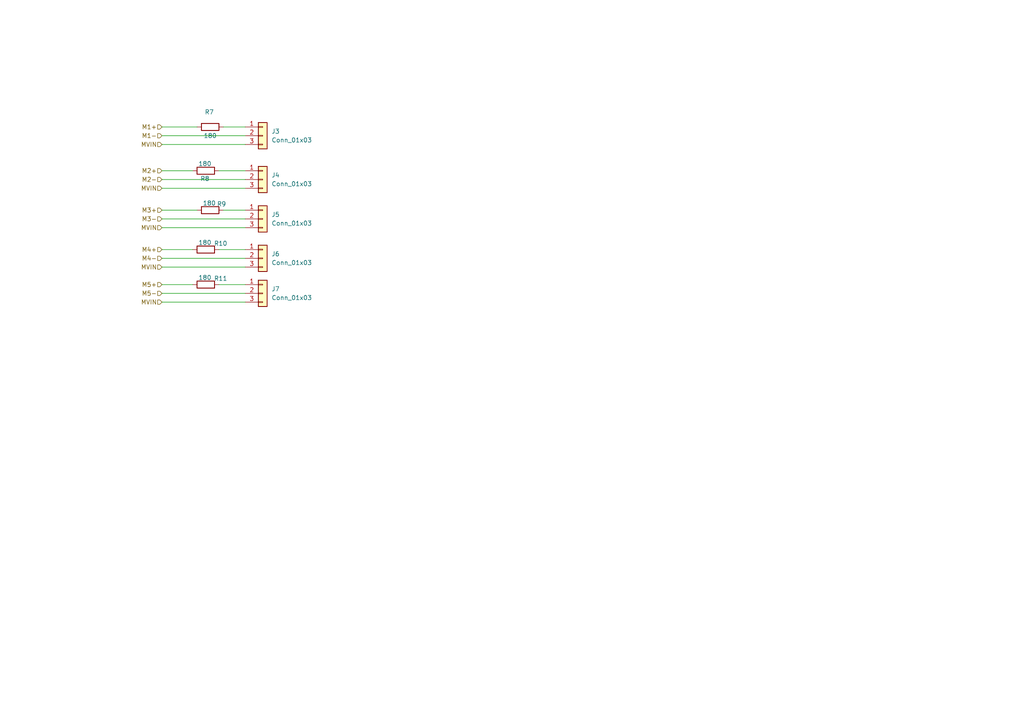
<source format=kicad_sch>
(kicad_sch (version 20231120) (generator "eeschema") (generator_version "8.0")
  (paper "A4")
  (lib_symbols
    (symbol "Connector_Generic:Conn_01x03" (pin_names (offset 1.016) hide)
      (property "Reference" "J" (at 0 5.08 0))
      (property "Value" "Conn_01x03" (at 0 -5.08 0))
      (symbol "Conn_01x03_1_1"
        (rectangle (start -1.27 -2.413) (end 0 -2.667) (stroke (width 0.1524)))
        (rectangle (start -1.27 0.127) (end 0 -0.127) (stroke (width 0.1524)))
        (rectangle (start -1.27 2.667) (end 0 2.413) (stroke (width 0.1524)))
        (rectangle (start -1.27 3.81) (end 1.27 -3.81) (stroke (width 0.254)) (fill (type background)))
        (pin passive line (at -5.08 2.54 0) (length 3.81) (name "Pin_1") (number "1"))
        (pin passive line (at -5.08 0 0) (length 3.81) (name "Pin_2") (number "2"))
        (pin passive line (at -5.08 -2.54 0) (length 3.81) (name "Pin_3") (number "3"))
      )
    )
    (symbol "Device:R" (pin_numbers hide) (pin_names (offset 0))
      (property "Reference" "R" (at 2.032 0 90))
      (property "Value" "R" (at 0 0 90))
      (symbol "R_0_1"
        (rectangle (start -1.016 -2.54) (end 1.016 2.54) (stroke (width 0.254)))
      )
      (symbol "R_1_1"
        (pin passive line (at 0 3.81 270) (length 1.27) (name "~") (number "1"))
        (pin passive line (at 0 -3.81 90) (length 1.27) (name "~") (number "2"))
      )
    )
  )
  (wire (pts (xy 46.99 39.37) (xy 71.12 39.37)))
  (wire (pts (xy 63.5 82.55) (xy 71.12 82.55)))
  (wire (pts (xy 46.99 60.96) (xy 57.15 60.96)))
  (wire (pts (xy 46.99 52.07) (xy 71.12 52.07)))
  (wire (pts (xy 46.99 85.09) (xy 71.12 85.09)))
  (wire (pts (xy 64.77 60.96) (xy 71.12 60.96)))
  (wire (pts (xy 46.99 77.47) (xy 71.12 77.47)))
  (wire (pts (xy 46.99 63.5) (xy 71.12 63.5)))
  (wire (pts (xy 46.99 74.93) (xy 71.12 74.93)))
  (wire (pts (xy 63.5 49.53) (xy 71.12 49.53)))
  (wire (pts (xy 63.5 72.39) (xy 71.12 72.39)))
  (wire (pts (xy 46.99 54.61) (xy 71.12 54.61)))
  (wire (pts (xy 46.99 72.39) (xy 55.88 72.39)))
  (wire (pts (xy 46.99 82.55) (xy 55.88 82.55)))
  (wire (pts (xy 46.99 36.83) (xy 57.15 36.83)))
  (wire (pts (xy 46.99 41.91) (xy 71.12 41.91)))
  (wire (pts (xy 46.99 87.63) (xy 71.12 87.63)))
  (wire (pts (xy 64.77 36.83) (xy 71.12 36.83)))
  (wire (pts (xy 46.99 49.53) (xy 55.88 49.53)))
  (wire (pts (xy 46.99 66.04) (xy 71.12 66.04)))
  (hierarchical_label "M1-" (shape input) (at 46.99 39.37 180))
  (hierarchical_label "M4-" (shape input) (at 46.99 74.93 180))
  (hierarchical_label "M3+" (shape input) (at 46.99 60.96 180))
  (hierarchical_label "M2-" (shape input) (at 46.99 52.07 180))
  (hierarchical_label "M1+" (shape input) (at 46.99 36.83 180))
  (hierarchical_label "M2+" (shape input) (at 46.99 49.53 180))
  (hierarchical_label "M3-" (shape input) (at 46.99 63.5 180))
  (hierarchical_label "MVIN" (shape input) (at 46.99 41.91 180))
  (hierarchical_label "MVIN" (shape input) (at 46.99 66.04 180))
  (hierarchical_label "M5-" (shape input) (at 46.99 85.09 180))
  (hierarchical_label "MVIN" (shape input) (at 46.99 87.63 180))
  (hierarchical_label "MVIN" (shape input) (at 46.99 77.47 180))
  (hierarchical_label "M5+" (shape input) (at 46.99 82.55 180))
  (hierarchical_label "MVIN" (shape input) (at 46.99 54.61 180))
  (hierarchical_label "M4+" (shape input) (at 46.99 72.39 180))
  (symbol (lib_id "Device:R") (at 59.69 72.39 90) (unit 1)
    (property "Reference" "R10" (at 64.008 70.612 90))
    (property "Value" "180" (at 59.436 70.358 90))
    (property "Description" "Resistor" (effects (hide yes)))
  )
  (symbol (lib_id "Device:R") (at 60.96 60.96 90) (unit 1)
    (property "Reference" "R9" (at 64.262 59.182 90))
    (property "Value" "180" (at 60.706 58.928 90))
    (property "Description" "Resistor" (effects (hide yes)))
  )
  (symbol (lib_id "Device:R") (at 59.69 82.55 90) (unit 1)
    (property "Reference" "R11" (at 64.008 80.772 90))
    (property "Value" "180" (at 59.436 80.518 90))
    (property "Description" "Resistor" (effects (hide yes)))
  )
  (symbol (lib_id "Device:R") (at 60.96 36.83 90) (unit 1)
    (property "Reference" "R7" (at 60.706 32.512 90))
    (property "Value" "180" (at 60.96 39.37 90))
    (property "Description" "Resistor" (effects (hide yes)))
  )
  (symbol (lib_id "Device:R") (at 59.69 49.53 90) (unit 1)
    (property "Reference" "R8" (at 59.436 51.816 90))
    (property "Value" "180" (at 59.436 47.498 90))
    (property "Description" "Resistor" (effects (hide yes)))
  )
  (symbol (lib_id "Connector_Generic:Conn_01x03") (at 76.2 63.5 0) (unit 1)
    (property "Reference" "J5" (at 78.74 62.2299 0) (effects (justify left)))
    (property "Value" "Conn_01x03" (at 78.74 64.7699 0) (effects (justify left)))
    (property "Description" "Generic connector, single row, 01x03, script generated (kicad-library-utils/schlib/autogen/connector/)" (effects (hide yes)))
  )
  (symbol (lib_id "Connector_Generic:Conn_01x03") (at 76.2 52.07 0) (unit 1)
    (property "Reference" "J4" (at 78.74 50.7999 0) (effects (justify left)))
    (property "Value" "Conn_01x03" (at 78.74 53.3399 0) (effects (justify left)))
    (property "Description" "Generic connector, single row, 01x03, script generated (kicad-library-utils/schlib/autogen/connector/)" (effects (hide yes)))
  )
  (symbol (lib_id "Connector_Generic:Conn_01x03") (at 76.2 39.37 0) (unit 1)
    (property "Reference" "J3" (at 78.74 38.0999 0) (effects (justify left)))
    (property "Value" "Conn_01x03" (at 78.74 40.6399 0) (effects (justify left)))
    (property "Description" "Generic connector, single row, 01x03, script generated (kicad-library-utils/schlib/autogen/connector/)" (effects (hide yes)))
  )
  (symbol (lib_id "Connector_Generic:Conn_01x03") (at 76.2 74.93 0) (unit 1)
    (property "Reference" "J6" (at 78.74 73.6599 0) (effects (justify left)))
    (property "Value" "Conn_01x03" (at 78.74 76.1999 0) (effects (justify left)))
    (property "Description" "Generic connector, single row, 01x03, script generated (kicad-library-utils/schlib/autogen/connector/)" (effects (hide yes)))
  )
  (symbol (lib_id "Connector_Generic:Conn_01x03") (at 76.2 85.09 0) (unit 1)
    (property "Reference" "J7" (at 78.74 83.8199 0) (effects (justify left)))
    (property "Value" "Conn_01x03" (at 78.74 86.3599 0) (effects (justify left)))
    (property "Description" "Generic connector, single row, 01x03, script generated (kicad-library-utils/schlib/autogen/connector/)" (effects (hide yes)))
  )
)
</source>
